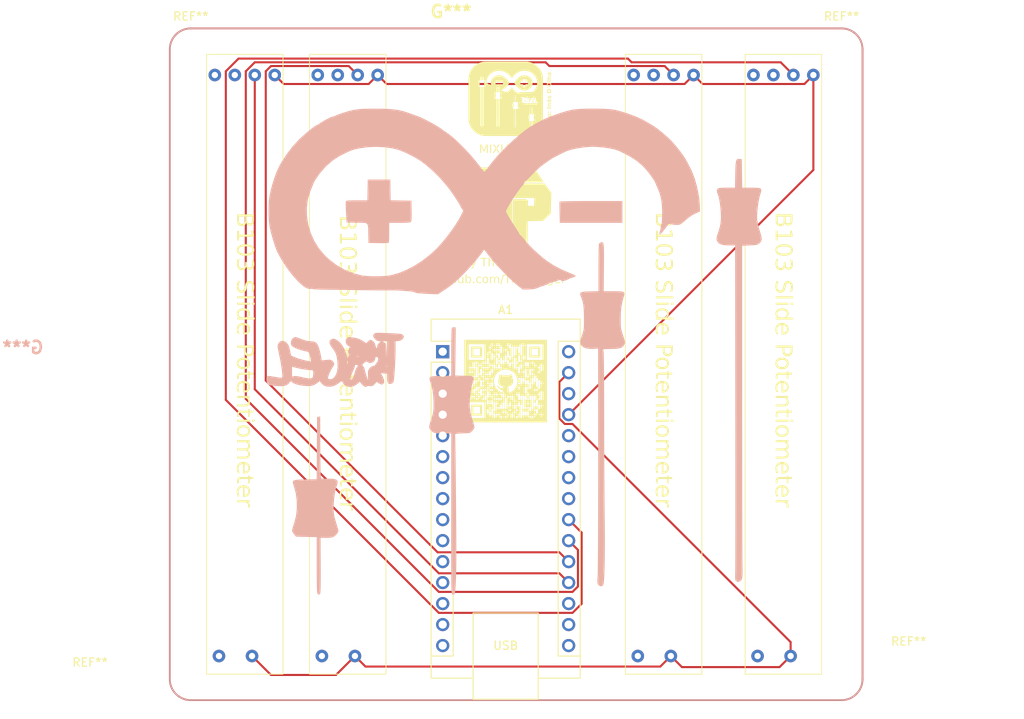
<source format=kicad_pcb>
(kicad_pcb (version 20221018) (generator pcbnew)
  (layers (0 "F.Cu" signal) (31 "B.Cu" signal) (34 "B.Paste" user) (35 "F.Paste" user) (36 "B.SilkS" user "B.Silkscreen") (37 "F.SilkS" user "F.Silkscreen") (38 "B.Mask" user) (39 "F.Mask" user) (44 "Edge.Cuts" user))
  (net 0 "")
  (net 18 "Net-(A1-A0)")
  (net 35 "Net-(A1-+5V)")
  (net 36 "Net-(A1-A3)")
  (net 37 "Net-(A1-A2)")
  (net 38 "Net-(A1-A1)")
  (net 41 "Net-(A1-GND-Pad29)")
  (footprint "Library:Slide Potentiometer - B103" (layer "F.Cu") (at 178.385 68.58)
    (fp_text reference "U4" hide)
    (fp_text value "~")
    (fp_text user "B103 Slide Potentiometer" (at -1.27 -18.415 270 unlocked) (layer "F.SilkS") (effects (font (size 2 2) (thickness 0.1)) (justify left bottom)))
    (pad "1" thru_hole circle (at -3.625 -35) (size 1.524 1.524) (drill 0.762) (layers "*.Cu" "*.Mask"))
    (pad "2" thru_hole circle (at -1.208333 -35) (size 1.524 1.524) (drill 0.762) (layers "*.Cu" "*.Mask"))
    (pad "3" thru_hole circle (at 1.208333 -35) (size 1.524 1.524) (drill 0.762) (layers "*.Cu" "*.Mask") (net 36 "Net-(A1-A3)"))
    (pad "4" thru_hole circle (at 3.625 -35) (size 1.524 1.524) (drill 0.762) (layers "*.Cu" "*.Mask") (net 35 "Net-(A1-+5V)"))
    (pad "5" thru_hole circle (at -3.125 35.3) (size 1.524 1.524) (drill 0.762) (layers "*.Cu" "*.Mask"))
    (pad "6" thru_hole circle (at 0.875 35.3) (size 1.524 1.524) (drill 0.762) (layers "*.Cu" "*.Mask") (net 41 "Net-(A1-GND-Pad29)"))
  )
  (footprint "LOGO" (layer "F.Cu") (at 144.78 70.612)
    (fp_text reference "" (at 0 0) (layer "F.SilkS") (effects (font (size 1.5 1.5) (thickness 0.3))))
    (fp_text value "LOGO" hide)
  )
  (footprint "MountingHole:MountingHole_3mm" (layer "F.Cu") (at 185.42 30.48)
    (fp_text reference "REF**" (at 0 -4) (layer "F.SilkS"))
    (fp_text value "MountingHole_3mm")
    (pad "" np_thru_hole circle (at 0 0) (size 3 3) (drill 3) (layers "*.Cu" "*.Mask"))
  )
  (footprint "Library:Slide Potentiometer - B103" (layer "F.Cu") (at 113.215 68.58)
    (fp_text reference "U1" hide)
    (fp_text value "~")
    (fp_text user "B103 Slide Potentiometer" (at -1.27 -18.415 270 unlocked) (layer "F.SilkS") (effects (font (size 2 2) (thickness 0.1)) (justify left bottom)))
    (pad "1" thru_hole circle (at -3.625 -35) (size 1.524 1.524) (drill 0.762) (layers "*.Cu" "*.Mask"))
    (pad "2" thru_hole circle (at -1.208333 -35) (size 1.524 1.524) (drill 0.762) (layers "*.Cu" "*.Mask"))
    (pad "3" thru_hole circle (at 1.208333 -35) (size 1.524 1.524) (drill 0.762) (layers "*.Cu" "*.Mask") (net 18 "Net-(A1-A0)"))
    (pad "4" thru_hole circle (at 3.625 -35) (size 1.524 1.524) (drill 0.762) (layers "*.Cu" "*.Mask") (net 35 "Net-(A1-+5V)"))
    (pad "5" thru_hole circle (at -3.125 35.3) (size 1.524 1.524) (drill 0.762) (layers "*.Cu" "*.Mask"))
    (pad "6" thru_hole circle (at 0.875 35.3) (size 1.524 1.524) (drill 0.762) (layers "*.Cu" "*.Mask") (net 41 "Net-(A1-GND-Pad29)"))
  )
  (footprint "MountingHole:MountingHole_3mm" (layer "F.Cu") (at 106.68 106.68)
    (fp_text reference "REF**" (at -12.192 -2.032) (layer "F.SilkS"))
    (fp_text value "MountingHole_3mm")
    (pad "" np_thru_hole circle (at 0 0) (size 3 3) (drill 3) (layers "F&B.Cu" "*.Mask"))
  )
  (footprint "Library:Slide Potentiometer - B103" (layer "F.Cu") (at 125.668333 68.58)
    (fp_text reference "U2" hide)
    (fp_text value "~")
    (fp_text user "B103 Slide Potentiometer" (at -1.285 -18.04 270 unlocked) (layer "F.SilkS") (effects (font (size 2 2) (thickness 0.1)) (justify left bottom)))
    (pad "1" thru_hole circle (at -3.625 -35) (size 1.524 1.524) (drill 0.762) (layers "*.Cu" "*.Mask"))
    (pad "2" thru_hole circle (at -1.208333 -35) (size 1.524 1.524) (drill 0.762) (layers "*.Cu" "*.Mask"))
    (pad "3" thru_hole circle (at 1.208333 -35) (size 1.524 1.524) (drill 0.762) (layers "*.Cu" "*.Mask") (net 38 "Net-(A1-A1)"))
    (pad "4" thru_hole circle (at 3.625 -35) (size 1.524 1.524) (drill 0.762) (layers "*.Cu" "*.Mask") (net 35 "Net-(A1-+5V)"))
    (pad "5" thru_hole circle (at -3.125 35.3) (size 1.524 1.524) (drill 0.762) (layers "*.Cu" "*.Mask"))
    (pad "6" thru_hole circle (at 0.875 35.3) (size 1.524 1.524) (drill 0.762) (layers "*.Cu" "*.Mask") (net 41 "Net-(A1-GND-Pad29)"))
  )
  (footprint "Library:Slide Potentiometer - B103" (layer "F.Cu") (at 163.891667 68.58)
    (fp_text reference "U3" hide)
    (fp_text value "~")
    (fp_text user "B103 Slide Potentiometer" (at -1.27 -18.415 270 unlocked) (layer "F.SilkS") (effects (font (size 2 2) (thickness 0.1)) (justify left bottom)))
    (pad "1" thru_hole circle (at -3.625 -35) (size 1.524 1.524) (drill 0.762) (layers "*.Cu" "*.Mask"))
    (pad "2" thru_hole circle (at -1.208333 -35) (size 1.524 1.524) (drill 0.762) (layers "*.Cu" "*.Mask"))
    (pad "3" thru_hole circle (at 1.208333 -35) (size 1.524 1.524) (drill 0.762) (layers "*.Cu" "*.Mask") (net 37 "Net-(A1-A2)"))
    (pad "4" thru_hole circle (at 3.625 -35) (size 1.524 1.524) (drill 0.762) (layers "*.Cu" "*.Mask") (net 35 "Net-(A1-+5V)"))
    (pad "5" thru_hole circle (at -3.125 35.3) (size 1.524 1.524) (drill 0.762) (layers "*.Cu" "*.Mask"))
    (pad "6" thru_hole circle (at 0.875 35.3) (size 1.524 1.524) (drill 0.762) (layers "*.Cu" "*.Mask") (net 41 "Net-(A1-GND-Pad29)"))
  )
  (footprint "MountingHole:MountingHole_3mm" (layer "F.Cu") (at 106.68 30.48)
    (fp_text reference "REF**" (at 0 -4) (layer "F.SilkS"))
    (fp_text value "MountingHole_3mm")
    (pad "" np_thru_hole circle (at 0 0) (size 3 3) (drill 3) (layers "F&B.Cu" "*.Mask"))
  )
  (footprint "LOGO" (layer "F.Cu") (at 144.78 36.576)
    (fp_text reference "G***" (at -6.604 -10.668) (layer "F.SilkS") (effects (font (size 1.5 1.5) (thickness 0.3))))
    (fp_text value "LOGO" hide)
  )
  (footprint "Library:LOGO" (layer "F.Cu") (at 145.600143 48.768)
    (fp_text reference "REF" hide)
    (fp_text value "LOGO" hide)
  )
  (footprint "Module:Arduino_Nano" (layer "F.Cu") (at 137.16 67.056)
    (fp_text reference "A1" (at 7.62 -5.08) (layer "F.SilkS"))
    (fp_text value "Arduino_Nano_v3.x")
    (fp_text user "USB" (at 7.62 35.56 unlocked) (layer "F.SilkS"))
    (pad "1" thru_hole rect (at 0 0) (size 1.6 1.6) (drill 1) (layers "*.Cu" "*.Mask"))
    (pad "2" thru_hole oval (at 0 2.54) (size 1.6 1.6) (drill 1) (layers "*.Cu" "*.Mask"))
    (pad "3" thru_hole oval (at 0 5.08) (size 1.6 1.6) (drill 1) (layers "*.Cu" "*.Mask"))
    (pad "4" thru_hole oval (at 0 7.62) (size 1.6 1.6) (drill 1) (layers "*.Cu" "*.Mask"))
    (pad "5" thru_hole oval (at 0 10.16) (size 1.6 1.6) (drill 1) (layers "*.Cu" "*.Mask"))
    (pad "6" thru_hole oval (at 0 12.7) (size 1.6 1.6) (drill 1) (layers "*.Cu" "*.Mask"))
    (pad "7" thru_hole oval (at 0 15.24) (size 1.6 1.6) (drill 1) (layers "*.Cu" "*.Mask"))
    (pad "8" thru_hole oval (at 0 17.78) (size 1.6 1.6) (drill 1) (layers "*.Cu" "*.Mask"))
    (pad "9" thru_hole oval (at 0 20.32) (size 1.6 1.6) (drill 1) (layers "*.Cu" "*.Mask"))
    (pad "10" thru_hole oval (at 0 22.86) (size 1.6 1.6) (drill 1) (layers "*.Cu" "*.Mask"))
    (pad "11" thru_hole oval (at 0 25.4) (size 1.6 1.6) (drill 1) (layers "*.Cu" "*.Mask"))
    (pad "12" thru_hole oval (at 0 27.94) (size 1.6 1.6) (drill 1) (layers "*.Cu" "*.Mask"))
    (pad "13" thru_hole oval (at 0 30.48) (size 1.6 1.6) (drill 1) (layers "*.Cu" "*.Mask"))
    (pad "14" thru_hole oval (at 0 33.02) (size 1.6 1.6) (drill 1) (layers "*.Cu" "*.Mask"))
    (pad "15" thru_hole oval (at 0 35.56) (size 1.6 1.6) (drill 1) (layers "*.Cu" "*.Mask"))
    (pad "16" thru_hole oval (at 15.24 35.56) (size 1.6 1.6) (drill 1) (layers "*.Cu" "*.Mask"))
    (pad "17" thru_hole oval (at 15.24 33.02) (size 1.6 1.6) (drill 1) (layers "*.Cu" "*.Mask"))
    (pad "18" thru_hole oval (at 15.24 30.48) (size 1.6 1.6) (drill 1) (layers "*.Cu" "*.Mask"))
    (pad "19" thru_hole oval (at 15.24 27.94) (size 1.6 1.6) (drill 1) (layers "*.Cu" "*.Mask") (net 18 "Net-(A1-A0)"))
    (pad "20" thru_hole oval (at 15.24 25.4) (size 1.6 1.6) (drill 1) (layers "*.Cu" "*.Mask") (net 38 "Net-(A1-A1)"))
    (pad "21" thru_hole oval (at 15.24 22.86) (size 1.6 1.6) (drill 1) (layers "*.Cu" "*.Mask") (net 37 "Net-(A1-A2)"))
    (pad "22" thru_hole oval (at 15.24 20.32) (size 1.6 1.6) (drill 1) (layers "*.Cu" "*.Mask") (net 36 "Net-(A1-A3)"))
    (pad "23" thru_hole oval (at 15.24 17.78) (size 1.6 1.6) (drill 1) (layers "*.Cu" "*.Mask"))
    (pad "24" thru_hole oval (at 15.24 15.24) (size 1.6 1.6) (drill 1) (layers "*.Cu" "*.Mask"))
    (pad "25" thru_hole oval (at 15.24 12.7) (size 1.6 1.6) (drill 1) (layers "*.Cu" "*.Mask"))
    (pad "26" thru_hole oval (at 15.24 10.16) (size 1.6 1.6) (drill 1) (layers "*.Cu" "*.Mask"))
    (pad "27" thru_hole oval (at 15.24 7.62) (size 1.6 1.6) (drill 1) (layers "*.Cu" "*.Mask") (net 35 "Net-(A1-+5V)"))
    (pad "28" thru_hole oval (at 15.24 5.08) (size 1.6 1.6) (drill 1) (layers "*.Cu" "*.Mask"))
    (pad "29" thru_hole oval (at 15.24 2.54) (size 1.6 1.6) (drill 1) (layers "*.Cu" "*.Mask") (net 41 "Net-(A1-GND-Pad29)"))
    (pad "30" thru_hole oval (at 15.24 0) (size 1.6 1.6) (drill 1) (layers "*.Cu" "*.Mask"))
  )
  (footprint "MountingHole:MountingHole_3mm" (layer "F.Cu") (at 185.42 106.68)
    (fp_text reference "REF**" (at 8.128 -4.572) (layer "F.SilkS"))
    (fp_text value "MountingHole_3mm")
    (pad "" np_thru_hole circle (at 0 0) (size 3 3) (drill 3) (layers "F&B.Cu" "*.Mask"))
  )
  (footprint "LOGO" (layer "B.Cu") (at 148.506923 67.494617 180)
    (fp_text reference "G***" (at 62.146923 0.946617) (layer "B.SilkS") (effects (font (size 1.5 1.5) (thickness 0.3)) (justify mirror)))
    (fp_text value "LOGO" hide)
  )
  (gr_arc (start 106.68 109.22) (mid 104.883949 108.476051) (end 104.14 106.68) (stroke (width 0.2)) (layer "F.Cu"))
  (gr_arc (start 104.14 30.48) (mid 104.883949 28.683949) (end 106.68 27.94) (stroke (width 0.2)) (layer "F.Cu"))
  (gr_arc (start 187.96 106.68) (mid 187.216051 108.476051) (end 185.42 109.22) (stroke (width 0.2)) (layer "F.Cu"))
  (gr_line (start 187.96 30.48) (end 187.96 106.68) (stroke (width 0.2)) (layer "F.Cu"))
  (gr_line (start 106.68 27.94) (end 185.42 27.94) (stroke (width 0.2)) (layer "F.Cu"))
  (gr_line (start 104.14 106.68) (end 104.14 30.48) (stroke (width 0.2)) (layer "F.Cu"))
  (gr_arc (start 185.42 27.94) (mid 187.216051 28.683949) (end 187.96 30.48) (stroke (width 0.2)) (layer "F.Cu"))
  (gr_line (start 185.42 109.22) (end 106.68 109.22) (stroke (width 0.2)) (layer "F.Cu"))
  (gr_arc (start 185.42 27.94) (mid 187.216051 28.683949) (end 187.96 30.48) (stroke (width 0.1)) (layer "Edge.Cuts"))
  (gr_arc (start 187.96 106.68) (mid 187.216051 108.476051) (end 185.42 109.22) (stroke (width 0.1)) (layer "Edge.Cuts"))
  (gr_line (start 187.96 30.48) (end 187.96 106.68) (stroke (width 0.1)) (layer "Edge.Cuts"))
  (gr_line (start 106.68 27.94) (end 185.42 27.94) (stroke (width 0.1)) (layer "Edge.Cuts"))
  (gr_line (start 104.14 106.68) (end 104.14 30.48) (stroke (width 0.1)) (layer "Edge.Cuts"))
  (gr_arc (start 106.68 109.22) (mid 104.883949 108.476051) (end 104.14 106.68) (stroke (width 0.1)) (layer "Edge.Cuts"))
  (gr_line (start 185.42 109.22) (end 106.68 109.22) (stroke (width 0.1)) (layer "Edge.Cuts"))
  (gr_arc (start 104.14 30.48) (mid 104.883949 28.683949) (end 106.68 27.94) (stroke (width 0.1)) (layer "Edge.Cuts"))
  (gr_text "by ThePangel" (at 139.568116 56.896) (layer "F.SilkS") (effects (font (size 1 1)) (justify left bottom)))
  (gr_text "MIXUINO" (at 141.549763 43.18) (layer "F.SilkS") (effects (font (size 1 1)) (justify left bottom)))
  (gr_text "github.com/ThePangel" (at 136.192619 58.928) (layer "F.SilkS") (effects (font (size 1 1)) (justify left bottom)))
  (gr_text "Logo: Inés D'Olha" (at 150.368 40.132 90) (layer "F.SilkS") (effects (font (size 0.5 0.5) (thickness 0.125) bold) (justify left bottom)))
  (segment (start 136.694009 93.871) (end 151.275 93.871) (width 0.25) (layer "F.Cu") (net 18))
  (segment (start 151.275 93.871) (end 152.4 94.996) (width 0.25) (layer "F.Cu") (net 18))
  (segment (start 114.423333 33.58) (end 114.423333 71.600324) (width 0.25) (layer "F.Cu") (net 18))
  (segment (start 114.423333 71.600324) (end 136.694009 93.871) (width 0.25) (layer "F.Cu") (net 18))
  (segment (start 117.927 34.667) (end 128.206333 34.667) (width 0.25) (layer "F.Cu") (net 35))
  (segment (start 129.293333 33.58) (end 130.380333 34.667) (width 0.25) (layer "F.Cu") (net 35))
  (segment (start 116.84 33.58) (end 117.927 34.667) (width 0.25) (layer "F.Cu") (net 35))
  (segment (start 166.429667 34.667) (end 167.516667 33.58) (width 0.25) (layer "F.Cu") (net 35))
  (segment (start 182.01 33.58) (end 182.01 45.066) (width 0.25) (layer "F.Cu") (net 35))
  (segment (start 128.206333 34.667) (end 129.293333 33.58) (width 0.25) (layer "F.Cu") (net 35))
  (segment (start 168.603667 34.667) (end 180.923 34.667) (width 0.25) (layer "F.Cu") (net 35))
  (segment (start 180.923 34.667) (end 182.01 33.58) (width 0.25) (layer "F.Cu") (net 35))
  (segment (start 130.380333 34.667) (end 166.429667 34.667) (width 0.25) (layer "F.Cu") (net 35))
  (segment (start 182.01 45.066) (end 152.4 74.676) (width 0.25) (layer "F.Cu") (net 35))
  (segment (start 167.516667 33.58) (end 168.603667 34.667) (width 0.25) (layer "F.Cu") (net 35))
  (segment (start 160.02 32.043) (end 159.57 31.593) (width 0.25) (layer "F.Cu") (net 36))
  (segment (start 159.57 31.593) (end 112.456416 31.593) (width 0.25) (layer "F.Cu") (net 36))
  (segment (start 178.056333 32.043) (end 160.02 32.043) (width 0.25) (layer "F.Cu") (net 36))
  (segment (start 152.865991 98.661) (end 153.975 97.551991) (width 0.25) (layer "F.Cu") (net 36))
  (segment (start 153.975 88.951) (end 152.4 87.376) (width 0.25) (layer "F.Cu") (net 36))
  (segment (start 110.919667 72.886658) (end 136.694009 98.661) (width 0.25) (layer "F.Cu") (net 36))
  (segment (start 110.919667 33.129749) (end 110.919667 72.886658) (width 0.25) (layer "F.Cu") (net 36))
  (segment (start 136.694009 98.661) (end 152.865991 98.661) (width 0.25) (layer "F.Cu") (net 36))
  (segment (start 112.456416 31.593) (end 110.919667 33.129749) (width 0.25) (layer "F.Cu") (net 36))
  (segment (start 153.975 97.551991) (end 153.975 88.951) (width 0.25) (layer "F.Cu") (net 36))
  (segment (start 179.593333 33.58) (end 178.056333 32.043) (width 0.25) (layer "F.Cu") (net 36))
  (segment (start 114.423082 32.043) (end 113.336333 33.129749) (width 0.25) (layer "F.Cu") (net 37))
  (segment (start 136.694009 96.121) (end 152.865991 96.121) (width 0.25) (layer "F.Cu") (net 37))
  (segment (start 113.336333 72.763324) (end 136.694009 96.121) (width 0.25) (layer "F.Cu") (net 37))
  (segment (start 152.865991 96.121) (end 153.525 95.461991) (width 0.25) (layer "F.Cu") (net 37))
  (segment (start 113.336333 33.129749) (end 113.336333 72.763324) (width 0.25) (layer "F.Cu") (net 37))
  (segment (start 150.06 32.493) (end 149.61 32.043) (width 0.25) (layer "F.Cu") (net 37))
  (segment (start 165.1 33.58) (end 164.013 32.493) (width 0.25) (layer "F.Cu") (net 37))
  (segment (start 153.525 91.041) (end 152.4 89.916) (width 0.25) (layer "F.Cu") (net 37))
  (segment (start 153.525 95.461991) (end 153.525 91.041) (width 0.25) (layer "F.Cu") (net 37))
  (segment (start 149.61 32.043) (end 114.423082 32.043) (width 0.25) (layer "F.Cu") (net 37))
  (segment (start 164.013 32.493) (end 150.06 32.493) (width 0.25) (layer "F.Cu") (net 37))
  (segment (start 115.753 70.541) (end 115.753 33.129749) (width 0.25) (layer "F.Cu") (net 38))
  (segment (start 151.275 91.331) (end 136.543 91.331) (width 0.25) (layer "F.Cu") (net 38))
  (segment (start 152.4 92.456) (end 151.275 91.331) (width 0.25) (layer "F.Cu") (net 38))
  (segment (start 125.789666 32.493) (end 126.876666 33.58) (width 0.25) (layer "F.Cu") (net 38))
  (segment (start 116.389749 32.493) (end 125.789666 32.493) (width 0.25) (layer "F.Cu") (net 38))
  (segment (start 115.753 33.129749) (end 116.389749 32.493) (width 0.25) (layer "F.Cu") (net 38))
  (segment (start 136.543 91.331) (end 115.753 70.541) (width 0.25) (layer "F.Cu") (net 38))
  (segment (start 114.09 103.88) (end 116.382 106.172) (width 0.25) (layer "F.Cu") (net 41))
  (segment (start 152.865991 75.801) (end 151.934009 75.801) (width 0.25) (layer "F.Cu") (net 41))
  (segment (start 151.275 75.141991) (end 151.275 70.721) (width 0.25) (layer "F.Cu") (net 41))
  (segment (start 164.766667 103.88) (end 166.106667 105.22) (width 0.25) (layer "F.Cu") (net 41))
  (segment (start 116.382 106.172) (end 124.251333 106.172) (width 0.25) (layer "F.Cu") (net 41))
  (segment (start 163.490667 105.156) (end 164.766667 103.88) (width 0.25) (layer "F.Cu") (net 41))
  (segment (start 127.819333 105.156) (end 163.490667 105.156) (width 0.25) (layer "F.Cu") (net 41))
  (segment (start 151.275 70.721) (end 152.4 69.596) (width 0.25) (layer "F.Cu") (net 41))
  (segment (start 124.251333 106.172) (end 126.543333 103.88) (width 0.25) (layer "F.Cu") (net 41))
  (segment (start 166.106667 105.22) (end 177.92 105.22) (width 0.25) (layer "F.Cu") (net 41))
  (segment (start 179.26 102.195009) (end 152.865991 75.801) (width 0.25) (layer "F.Cu") (net 41))
  (segment (start 179.26 103.88) (end 179.26 102.195009) (width 0.25) (layer "F.Cu") (net 41))
  (segment (start 126.543333 103.88) (end 127.819333 105.156) (width 0.25) (layer "F.Cu") (net 41))
  (segment (start 177.92 105.22) (end 179.26 103.88) (width 0.25) (layer "F.Cu") (net 41))
  (segment (start 151.934009 75.801) (end 151.275 75.141991) (width 0.25) (layer "F.Cu") (net 41))
)
</source>
